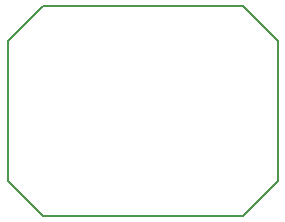
<source format=gko>
G04 DipTrace 2.4.0.2*
%IN3dBBLEnotune.gko*%
%MOMM*%
%ADD11C,0.14*%
%FSLAX53Y53*%
G04*
G71*
G90*
G75*
G01*
%LNBoardOutline*%
%LPD*%
X10000Y24821D2*
D11*
Y12959D1*
X12959Y10000D1*
X29901D1*
X32860Y12959D1*
Y24821D1*
X29901Y27780D1*
X12959D1*
X10000Y24821D1*
M02*

</source>
